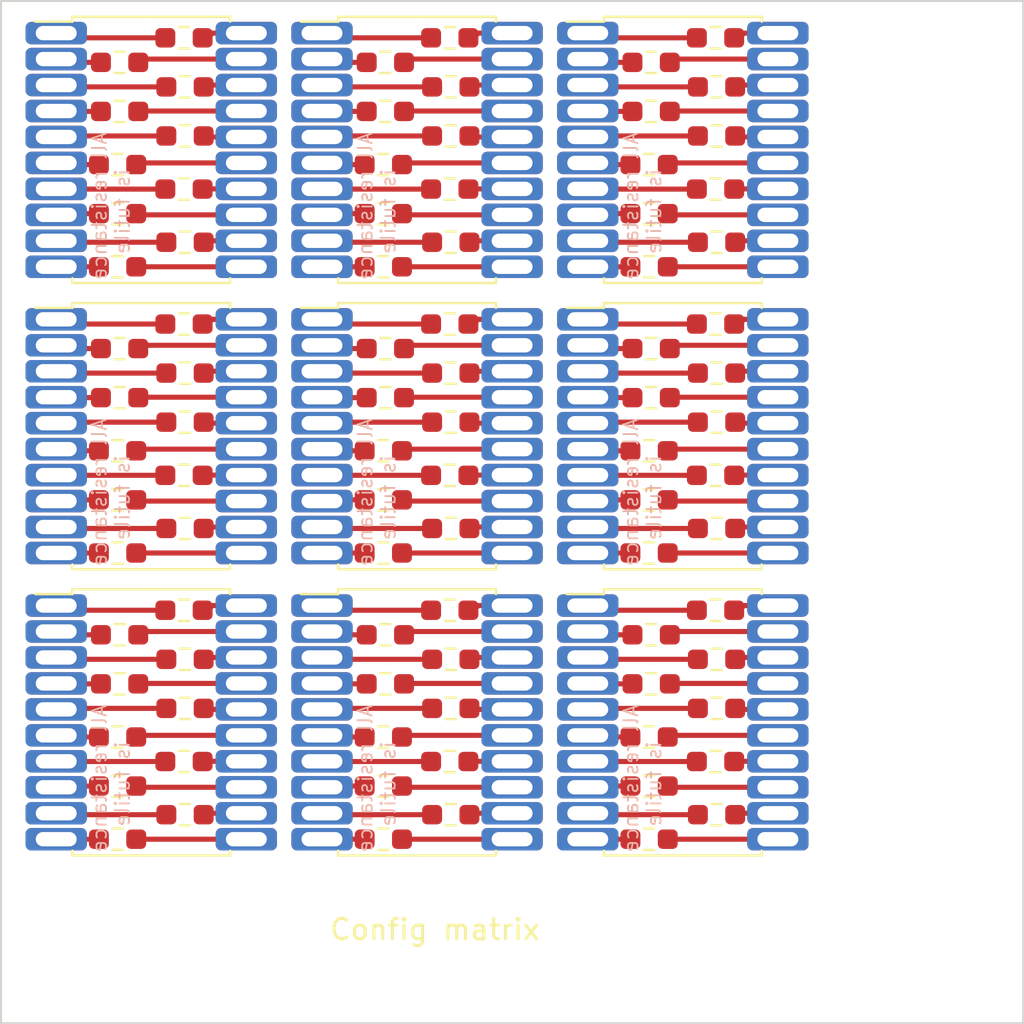
<source format=kicad_pcb>
(kicad_pcb (version 20221018) (generator pcbnew)
  (layers (0 "F.Cu" signal) (31 "B.Cu" signal) (34 "B.Paste" user) (35 "F.Paste" user) (36 "B.SilkS" user "B.Silkscreen") (37 "F.SilkS" user "F.Silkscreen") (38 "B.Mask" user) (39 "F.Mask" user) (44 "Edge.Cuts" user))
  (net 0 "")
  (net 1 "Net-(R1-R*-Pad20)")
  (net 2 "Net-(R1-R*-Pad19)")
  (net 3 "Net-(R1-R*-Pad18)")
  (net 4 "Net-(R1-R*-Pad17)")
  (net 5 "Net-(R1-R*-Pad16)")
  (net 6 "Net-(R1-R*-Pad15)")
  (net 7 "Net-(R1-R*-Pad14)")
  (net 8 "Net-(R1-R*-Pad13)")
  (net 9 "Net-(R1-R*-Pad12)")
  (net 10 "Net-(R1-R*-Pad11)")
  (net 11 "GND")
  (footprint "Resistor_SMD:R_0603_1608Metric_Pad0.98x0.95mm_HandSolder" (layer "F.Cu") (at 81.95 55.8)
    (fp_text reference "R11" hide)
    (fp_text value "10k" hide)
  )
  (footprint "Resistor_SMD:R_0603_1608Metric_Pad0.98x0.95mm_HandSolder" (layer "F.Cu") (at 81.95 63.2)
    (fp_text reference "R5" hide)
    (fp_text value "10k" hide)
  )
  (footprint "Resistor_SMD:R_0603_1608Metric_Pad0.98x0.95mm_HandSolder" (layer "F.Cu") (at 95 46.6)
    (fp_text reference "R7" hide)
    (fp_text value "10k" hide)
  )
  (footprint "Resistor_SMD:R_0603_1608Metric_Pad0.98x0.95mm_HandSolder" (layer "F.Cu") (at 81.95 77.2)
    (fp_text reference "R5" hide)
    (fp_text value "10k" hide)
  )
  (footprint "Resistor_SMD:R_0603_1608Metric_Pad0.98x0.95mm_HandSolder" (layer "F.Cu") (at 68.95 49.2)
    (fp_text reference "R5" hide)
    (fp_text value "10k" hide)
  )
  (footprint "Resistor_SMD:R_0603_1608Metric_Pad0.98x0.95mm_HandSolder" (layer "F.Cu") (at 69 58.2)
    (fp_text reference "R9" hide)
    (fp_text value "10k" hide)
  )
  (footprint "Resistor_SMD:R_0603_1608Metric_Pad0.98x0.95mm_HandSolder" (layer "F.Cu") (at 78.8 71)
    (fp_text reference "R10" hide)
    (fp_text value "10k" hide)
  )
  (footprint "Resistor_SMD:R_0603_1608Metric_Pad0.98x0.95mm_HandSolder" (layer "F.Cu") (at 94.95 69.8)
    (fp_text reference "R11" hide)
    (fp_text value "10k" hide)
  )
  (footprint "Resistor_SMD:R_0603_1608Metric_Pad0.98x0.95mm_HandSolder" (layer "F.Cu") (at 65.7 53)
    (fp_text reference "R2" hide)
    (fp_text value "10k" hide)
  )
  (footprint "Resistor_SMD:R_0603_1608Metric_Pad0.98x0.95mm_HandSolder" (layer "F.Cu") (at 95 44.2)
    (fp_text reference "R9" hide)
    (fp_text value "10k" hide)
  )
  (footprint "Resistor_SMD:R_0603_1608Metric_Pad0.98x0.95mm_HandSolder" (layer "F.Cu") (at 65.7 67)
    (fp_text reference "R2" hide)
    (fp_text value "10k" hide)
  )
  (footprint "Resistor_SMD:R_0603_1608Metric_Pad0.98x0.95mm_HandSolder" (layer "F.Cu") (at 82 65.8)
    (fp_text reference "R3" hide)
    (fp_text value "10k" hide)
  )
  (footprint "Resistor_SMD:R_0603_1608Metric_Pad0.98x0.95mm_HandSolder" (layer "F.Cu") (at 91.7 64.4)
    (fp_text reference "R4" hide)
    (fp_text value "10k" hide)
  )
  (footprint "Resistor_SMD:R_0603_1608Metric_Pad0.98x0.95mm_HandSolder" (layer "F.Cu") (at 91.7 53)
    (fp_text reference "R2" hide)
    (fp_text value "10k" hide)
  )
  (footprint "Resistor_SMD:R_0603_1608Metric_Pad0.98x0.95mm_HandSolder" (layer "F.Cu") (at 91.8 45.4)
    (fp_text reference "R8" hide)
    (fp_text value "10k" hide)
  )
  (footprint "Package_SO:SOIC-20W_7.5x12.8mm_P1.27mm" (layer "F.Cu") (at 93.35 47.285)
    (fp_text reference "R1" hide)
    (fp_text value "Resistive network" hide)
  )
  (footprint "Resistor_SMD:R_0603_1608Metric_Pad0.98x0.95mm_HandSolder" (layer "F.Cu") (at 65.7 50.4)
    (fp_text reference "R4" hide)
    (fp_text value "10k" hide)
  )
  (footprint "Resistor_SMD:R_0603_1608Metric_Pad0.98x0.95mm_HandSolder" (layer "F.Cu") (at 78.7 48)
    (fp_text reference "R6" hide)
    (fp_text value "10k" hide)
  )
  (footprint "Resistor_SMD:R_0603_1608Metric_Pad0.98x0.95mm_HandSolder" (layer "F.Cu") (at 95 58.2)
    (fp_text reference "R9" hide)
    (fp_text value "10k" hide)
  )
  (footprint "Package_SO:SOIC-20W_7.5x12.8mm_P1.27mm" (layer "F.Cu") (at 80.35 47.285)
    (fp_text reference "R1" hide)
    (fp_text value "Resistive network" hide)
  )
  (footprint "Resistor_SMD:R_0603_1608Metric_Pad0.98x0.95mm_HandSolder" (layer "F.Cu") (at 65.7 62)
    (fp_text reference "R6" hide)
    (fp_text value "10k" hide)
  )
  (footprint "Package_SO:SOIC-20W_7.5x12.8mm_P1.27mm" (layer "F.Cu") (at 93.35 61.285)
    (fp_text reference "R1" hide)
    (fp_text value "Resistive network" hide)
  )
  (footprint "Resistor_SMD:R_0603_1608Metric_Pad0.98x0.95mm_HandSolder" (layer "F.Cu") (at 65.8 43)
    (fp_text reference "R10" hide)
    (fp_text value "10k" hide)
  )
  (footprint "Resistor_SMD:R_0603_1608Metric_Pad0.98x0.95mm_HandSolder" (layer "F.Cu") (at 69 44.2)
    (fp_text reference "R9" hide)
    (fp_text value "10k" hide)
  )
  (footprint "Resistor_SMD:R_0603_1608Metric_Pad0.98x0.95mm_HandSolder" (layer "F.Cu") (at 69 51.8)
    (fp_text reference "R3" hide)
    (fp_text value "10k" hide)
  )
  (footprint "Resistor_SMD:R_0603_1608Metric_Pad0.98x0.95mm_HandSolder" (layer "F.Cu") (at 78.7 67)
    (fp_text reference "R2" hide)
    (fp_text value "10k" hide)
  )
  (footprint "Resistor_SMD:R_0603_1608Metric_Pad0.98x0.95mm_HandSolder" (layer "F.Cu") (at 94.95 63.2)
    (fp_text reference "R5" hide)
    (fp_text value "10k" hide)
  )
  (footprint "Resistor_SMD:R_0603_1608Metric_Pad0.98x0.95mm_HandSolder" (layer "F.Cu") (at 95 65.8)
    (fp_text reference "R3" hide)
    (fp_text value "10k" hide)
  )
  (footprint "Resistor_SMD:R_0603_1608Metric_Pad0.98x0.95mm_HandSolder" (layer "F.Cu") (at 94.95 55.8)
    (fp_text reference "R11" hide)
    (fp_text value "10k" hide)
  )
  (footprint "Resistor_SMD:R_0603_1608Metric_Pad0.98x0.95mm_HandSolder" (layer "F.Cu") (at 95 72.2)
    (fp_text reference "R9" hide)
    (fp_text value "10k" hide)
  )
  (footprint "Resistor_SMD:R_0603_1608Metric_Pad0.98x0.95mm_HandSolder" (layer "F.Cu") (at 78.8 43)
    (fp_text reference "R10" hide)
    (fp_text value "10k" hide)
  )
  (footprint "Resistor_SMD:R_0603_1608Metric_Pad0.98x0.95mm_HandSolder" (layer "F.Cu") (at 65.7 64.4)
    (fp_text reference "R4" hide)
    (fp_text value "10k" hide)
  )
  (footprint "Resistor_SMD:R_0603_1608Metric_Pad0.98x0.95mm_HandSolder" (layer "F.Cu") (at 65.8 57)
    (fp_text reference "R10" hide)
    (fp_text value "10k" hide)
  )
  (footprint "Resistor_SMD:R_0603_1608Metric_Pad0.98x0.95mm_HandSolder" (layer "F.Cu") (at 82 79.8)
    (fp_text reference "R3" hide)
    (fp_text value "10k" hide)
  )
  (footprint "Resistor_SMD:R_0603_1608Metric_Pad0.98x0.95mm_HandSolder" (layer "F.Cu") (at 65.8 59.4)
    (fp_text reference "R8" hide)
    (fp_text value "10k" hide)
  )
  (footprint "Package_SO:SOIC-20W_7.5x12.8mm_P1.27mm" (layer "F.Cu") (at 67.35 47.285)
    (fp_text reference "R1" hide)
    (fp_text value "Resistive network" hide)
  )
  (footprint "Resistor_SMD:R_0603_1608Metric_Pad0.98x0.95mm_HandSolder" (layer "F.Cu") (at 91.7 81)
    (fp_text reference "R2" hide)
    (fp_text value "10k" hide)
  )
  (footprint "Package_SO:SOIC-20W_7.5x12.8mm_P1.27mm" (layer "F.Cu") (at 93.35 75.285)
    (fp_text reference "R1" hide)
    (fp_text value "Resistive network" hide)
  )
  (footprint "Resistor_SMD:R_0603_1608Metric_Pad0.98x0.95mm_HandSolder" (layer "F.Cu") (at 78.8 45.4)
    (fp_text reference "R8" hide)
    (fp_text value "10k" hide)
  )
  (footprint "Resistor_SMD:R_0603_1608Metric_Pad0.98x0.95mm_HandSolder" (layer "F.Cu") (at 95 74.6)
    (fp_text reference "R7" hide)
    (fp_text value "10k" hide)
  )
  (footprint "Resistor_SMD:R_0603_1608Metric_Pad0.98x0.95mm_HandSolder" (layer "F.Cu") (at 78.8 57)
    (fp_text reference "R10" hide)
    (fp_text value "10k" hide)
  )
  (footprint "Resistor_SMD:R_0603_1608Metric_Pad0.98x0.95mm_HandSolder" (layer "F.Cu") (at 65.7 78.4)
    (fp_text reference "R4" hide)
    (fp_text value "10k" hide)
  )
  (footprint "Resistor_SMD:R_0603_1608Metric_Pad0.98x0.95mm_HandSolder" (layer "F.Cu") (at 91.7 62)
    (fp_text reference "R6" hide)
    (fp_text value "10k" hide)
  )
  (footprint "Resistor_SMD:R_0603_1608Metric_Pad0.98x0.95mm_HandSolder" (layer "F.Cu") (at 91.8 43)
    (fp_text reference "R10" hide)
    (fp_text value "10k" hide)
  )
  (footprint "Resistor_SMD:R_0603_1608Metric_Pad0.98x0.95mm_HandSolder" (layer "F.Cu") (at 65.8 73.4)
    (fp_text reference "R8" hide)
    (fp_text value "10k" hide)
  )
  (footprint "Resistor_SMD:R_0603_1608Metric_Pad0.98x0.95mm_HandSolder" (layer "F.Cu") (at 78.7 76)
    (fp_text reference "R6" hide)
    (fp_text value "10k" hide)
  )
  (footprint "Resistor_SMD:R_0603_1608Metric_Pad0.98x0.95mm_HandSolder" (layer "F.Cu") (at 82 44.2)
    (fp_text reference "R9" hide)
    (fp_text value "10k" hide)
  )
  (footprint "Resistor_SMD:R_0603_1608Metric_Pad0.98x0.95mm_HandSolder" (layer "F.Cu") (at 68.95 69.8)
    (fp_text reference "R11" hide)
    (fp_text value "10k" hide)
  )
  (footprint "Resistor_SMD:R_0603_1608Metric_Pad0.98x0.95mm_HandSolder" (layer "F.Cu") (at 82 46.6)
    (fp_text reference "R7" hide)
    (fp_text value "10k" hide)
  )
  (footprint "Resistor_SMD:R_0603_1608Metric_Pad0.98x0.95mm_HandSolder" (layer "F.Cu") (at 94.95 41.8)
    (fp_text reference "R11" hide)
    (fp_text value "10k" hide)
  )
  (footprint "Resistor_SMD:R_0603_1608Metric_Pad0.98x0.95mm_HandSolder" (layer "F.Cu") (at 69 60.6)
    (fp_text reference "R7" hide)
    (fp_text value "10k" hide)
  )
  (footprint "Resistor_SMD:R_0603_1608Metric_Pad0.98x0.95mm_HandSolder" (layer "F.Cu") (at 69 79.8)
    (fp_text reference "R3" hide)
    (fp_text value "10k" hide)
  )
  (footprint "Resistor_SMD:R_0603_1608Metric_Pad0.98x0.95mm_HandSolder" (layer "F.Cu") (at 78.7 50.4)
    (fp_text reference "R4" hide)
    (fp_text value "10k" hide)
  )
  (footprint "Resistor_SMD:R_0603_1608Metric_Pad0.98x0.95mm_HandSolder" (layer "F.Cu") (at 91.7 48)
    (fp_text reference "R6" hide)
    (fp_text value "10k" hide)
  )
  (footprint "Resistor_SMD:R_0603_1608Metric_Pad0.98x0.95mm_HandSolder" (layer "F.Cu") (at 91.7 76)
    (fp_text reference "R6" hide)
    (fp_text value "10k" hide)
  )
  (footprint "Resistor_SMD:R_0603_1608Metric_Pad0.98x0.95mm_HandSolder" (layer "F.Cu") (at 82 72.2)
    (fp_text reference "R9" hide)
    (fp_text value "10k" hide)
  )
  (footprint "Resistor_SMD:R_0603_1608Metric_Pad0.98x0.95mm_HandSolder" (layer "F.Cu") (at 68.95 63.2)
    (fp_text reference "R5" hide)
    (fp_text value "10k" hide)
  )
  (footprint "Resistor_SMD:R_0603_1608Metric_Pad0.98x0.95mm_HandSolder" (layer "F.Cu") (at 81.95 41.8)
    (fp_text reference "R11" hide)
    (fp_text value "10k" hide)
  )
  (footprint "Resistor_SMD:R_0603_1608Metric_Pad0.98x0.95mm_HandSolder" (layer "F.Cu") (at 82 60.6)
    (fp_text reference "R7" hide)
    (fp_text value "10k" hide)
  )
  (footprint "Resistor_SMD:R_0603_1608Metric_Pad0.98x0.95mm_HandSolder" (layer "F.Cu") (at 78.7 64.4)
    (fp_text reference "R4" hide)
    (fp_text value "10k" hide)
  )
  (footprint "Resistor_SMD:R_0603_1608Metric_Pad0.98x0.95mm_HandSolder" (layer "F.Cu") (at 78.8 73.4)
    (fp_text reference "R8" hide)
    (fp_text value "10k" hide)
  )
  (footprint "Resistor_SMD:R_0603_1608Metric_Pad0.98x0.95mm_HandSolder" (layer "F.Cu") (at 94.95 49.2)
    (fp_text reference "R5" hide)
    (fp_text value "10k" hide)
  )
  (footprint "Resistor_SMD:R_0603_1608Metric_Pad0.98x0.95mm_HandSolder" (layer "F.Cu") (at 95 51.8)
    (fp_text reference "R3" hide)
    (fp_text value "10k" hide)
  )
  (footprint "Resistor_SMD:R_0603_1608Metric_Pad0.98x0.95mm_HandSolder" (layer "F.Cu") (at 78.7 53)
    (fp_text reference "R2" hide)
    (fp_text value "10k" hide)
  )
  (footprint "Resistor_SMD:R_0603_1608Metric_Pad0.98x0.95mm_HandSolder" (layer "F.Cu") (at 68.95 41.8)
    (fp_text reference "R11" hide)
    (fp_text value "10k" hide)
  )
  (footprint "Resistor_SMD:R_0603_1608Metric_Pad0.98x0.95mm_HandSolder" (layer "F.Cu") (at 65.8 45.4)
    (fp_text reference "R8" hide)
    (fp_text value "10k" hide)
  )
  (footprint "Resistor_SMD:R_0603_1608Metric_Pad0.98x0.95mm_HandSolder" (layer "F.Cu") (at 82 58.2)
    (fp_text reference "R9" hide)
    (fp_text value "10k" hide)
  )
  (footprint "Resistor_SMD:R_0603_1608Metric_Pad0.98x0.95mm_HandSolder" (layer "F.Cu") (at 69 74.6)
    (fp_text reference "R7" hide)
    (fp_text value "10k" hide)
  )
  (footprint "Resistor_SMD:R_0603_1608Metric_Pad0.98x0.95mm_HandSolder" (layer "F.Cu") (at 82 51.8)
    (fp_text reference "R3" hide)
    (fp_text value "10k" hide)
  )
  (footprint "Resistor_SMD:R_0603_1608Metric_Pad0.98x0.95mm_HandSolder" (layer "F.Cu") (at 81.95 69.8)
    (fp_text reference "R11" hide)
    (fp_text value "10k" hide)
  )
  (footprint "Resistor_SMD:R_0603_1608Metric_Pad0.98x0.95mm_HandSolder" (layer "F.Cu") (at 78.7 81)
    (fp_text reference "R2" hide)
    (fp_text value "10k" hide)
  )
  (footprint "Resistor_SMD:R_0603_1608Metric_Pad0.98x0.95mm_HandSolder" (layer "F.Cu") (at 65.7 81)
    (fp_text reference "R2" hide)
    (fp_text value "10k" hide)
  )
  (footprint "Resistor_SMD:R_0603_1608Metric_Pad0.98x0.95mm_HandSolder" (layer "F.Cu") (at 91.7 78.4)
    (fp_text reference "R4" hide)
    (fp_text value "10k" hide)
  )
  (footprint "Resistor_SMD:R_0603_1608Metric_Pad0.98x0.95mm_HandSolder" (layer "F.Cu") (at 65.8 71)
    (fp_text reference "R10" hide)
    (fp_text value "10k" hide)
  )
  (footprint "Resistor_SMD:R_0603_1608Metric_Pad0.98x0.95mm_HandSolder" (layer "F.Cu") (at 95 60.6)
    (fp_text reference "R7" hide)
    (fp_text value "10k" hide)
  )
  (footprint "Resistor_SMD:R_0603_1608Metric_Pad0.98x0.95mm_HandSolder" (layer "F.Cu") (at 91.7 67)
    (fp_text reference "R2" hide)
    (fp_text value "10k" hide)
  )
  (footprint "Resistor_SMD:R_0603_1608Metric_Pad0.98x0.95mm_HandSolder" (layer "F.Cu") (at 78.7 78.4)
    (fp_text reference "R4" hide)
    (fp_text value "10k" hide)
  )
  (footprint "Resistor_SMD:R_0603_1608Metric_Pad0.98x0.95mm_HandSolder" (layer "F.Cu") (at 69 72.2)
    (fp_text reference "R9" hide)
    (fp_text value "10k" hide)
  )
  (footprint "Package_SO:SOIC-20W_7.5x12.8mm_P1.27mm" (layer "F.Cu") (at 67.35 61.285)
    (fp_text reference "R1" hide)
    (fp_text value "Resistive network" hide)
  )
  (footprint "Resistor_SMD:R_0603_1608Metric_Pad0.98x0.95mm_HandSolder" (layer "F.Cu") (at 94.95 77.2)
    (fp_text reference "R5" hide)
    (fp_text value "10k" hide)
  )
  (footprint "Package_SO:SOIC-20W_7.5x12.8mm_P1.27mm" (layer "F.Cu") (at 80.35 61.285)
    (fp_text reference "R1" hide)
    (fp_text value "Resistive network" hide)
  )
  (footprint "Resistor_SMD:R_0603_1608Metric_Pad0.98x0.95mm_HandSolder" (layer "F.Cu") (at 78.7 62)
    (fp_text reference "R6" hide)
    (fp_text value "10k" hide)
  )
  (footprint "Resistor_SMD:R_0603_1608Metric_Pad0.98x0.95mm_HandSolder" (layer "F.Cu") (at 65.7 76)
    (fp_text reference "R6" hide)
    (fp_text value "10k" hide)
  )
  (footprint "Resistor_SMD:R_0603_1608Metric_Pad0.98x0.95mm_HandSolder" (layer "F.Cu") (at 95 79.8)
    (fp_text reference "R3" hide)
    (fp_text value "10k" hide)
  )
  (footprint "Resistor_SMD:R_0603_1608Metric_Pad0.98x0.95mm_HandSolder" (layer "F.Cu") (at 69 46.6)
    (fp_text reference "R7" hide)
    (fp_text value "10k" hide)
  )
  (footprint "Resistor_SMD:R_0603_1608Metric_Pad0.98x0.95mm_HandSolder" (layer "F.Cu") (at 91.8 57)
    (fp_text reference "R10" hide)
    (fp_text value "10k" hide)
  )
  (footprint "Resistor_SMD:R_0603_1608Metric_Pad0.98x0.95mm_HandSolder" (layer "F.Cu") (at 91.8 71)
    (fp_text reference "R10" hide)
    (fp_text value "10k" hide)
  )
  (footprint "Package_SO:SOIC-20W_7.5x12.8mm_P1.27mm" (layer "F.Cu") (at 67.35 75.285)
    (fp_text reference "R1" hide)
    (fp_text value "Resistive network" hide)
  )
  (footprint "Resistor_SMD:R_0603_1608Metric_Pad0.98x0.95mm_HandSolder" (layer "F.Cu") (at 82 74.6)
    (fp_text reference "R7" hide)
    (fp_text value "10k" hide)
  )
  (footprint "Resistor_SMD:R_0603_1608Metric_Pad0.98x0.95mm_HandSolder" (layer "F.Cu") (at 65.7 48)
    (fp_text reference "R6" hide)
    (fp_text value "10k" hide)
  )
  (footprint "Resistor_SMD:R_0603_1608Metric_Pad0.98x0.95mm_HandSolder" (layer "F.Cu") (at 91.8 73.4)
    (fp_text reference "R8" hide)
    (fp_text value "10k" hide)
  )
  (footprint "Resistor_SMD:R_0603_1608Metric_Pad0.98x0.95mm_HandSolder" (layer "F.Cu") (at 68.95 55.8)
    (fp_text reference "R11" hide)
    (fp_text value "10k" hide)
  )
  (footprint "Resistor_SMD:R_0603_1608Metric_Pad0.98x0.95mm_HandSolder" (layer "F.Cu") (at 78.8 59.4)
    (fp_text reference "R8" hide)
    (fp_text value "10k" hide)
  )
  (footprint "Resistor_SMD:R_0603_1608Metric_Pad0.98x0.95mm_HandSolder" (layer "F.Cu") (at 91.8 59.4)
    (fp_text reference "R8" hide)
    (fp_text value "10k" hide)
  )
  (footprint "Resistor_SMD:R_0603_1608Metric_Pad0.98x0.95mm_HandSolder" (layer "F.Cu") (at 69 65.8)
    (fp_text reference "R3" hide)
    (fp_text value "10k" hide)
  )
  (footprint "Resistor_SMD:R_0603_1608Metric_Pad0.98x0.95mm_HandSolder" (layer "F.Cu") (at 91.7 50.4)
    (fp_text reference "R4" hide)
    (fp_text value "10k" hide)
  )
  (footprint "Resistor_SMD:R_0603_1608Metric_Pad0.98x0.95mm_HandSolder" (layer "F.Cu") (at 81.95 49.2)
    (fp_text reference "R5" hide)
    (fp_text value "10k" hide)
  )
  (footprint "Resistor_SMD:R_0603_1608Metric_Pad0.98x0.95mm_HandSolder" (layer "F.Cu") (at 68.95 77.2)
    (fp_text reference "R5" hide)
    (fp_text value "10k" hide)
  )
  (footprint "Package_SO:SOIC-20W_7.5x12.8mm_P1.27mm" (layer "F.Cu") (at 80.35 75.285)
    (fp_text reference "R1" hide)
    (fp_text value "Resistive network" hide)
  )
  (gr_rect (start 60 40) (end 110 90) (stroke (width 0.1)) (fill none) (layer "Edge.Cuts"))
  (gr_text "All resistance \nis futile" (at 79.35 78.3 90) (layer "B.SilkS") (effects (font (size 0.7 0.7) (thickness 0.0875)) (justify bottom mirror)))
  (gr_text "All resistance \nis futile" (at 92.35 64.3 90) (layer "B.SilkS") (effects (font (size 0.7 0.7) (thickness 0.0875)) (justify bottom mirror)))
  (gr_text "All resistance \nis futile" (at 79.35 64.3 90) (layer "B.SilkS") (effects (font (size 0.7 0.7) (thickness 0.0875)) (justify bottom mirror)))
  (gr_text "All resistance \nis futile" (at 79.35 50.3 90) (layer "B.SilkS") (effects (font (size 0.7 0.7) (thickness 0.0875)) (justify bottom mirror)))
  (gr_text "All resistance \nis futile" (at 92.35 50.3 90) (layer "B.SilkS") (effects (font (size 0.7 0.7) (thickness 0.0875)) (justify bottom mirror)))
  (gr_text "All resistance \nis futile" (at 66.35 50.3 90) (layer "B.SilkS") (effects (font (size 0.7 0.7) (thickness 0.0875)) (justify bottom mirror)))
  (gr_text "All resistance \nis futile" (at 92.35 78.3 90) (layer "B.SilkS") (effects (font (size 0.7 0.7) (thickness 0.0875)) (justify bottom mirror)))
  (gr_text "All resistance \nis futile" (at 66.35 78.3 90) (layer "B.SilkS") (effects (font (size 0.7 0.7) (thickness 0.0875)) (justify bottom mirror)))
  (gr_text "All resistance \nis futile" (at 66.35 64.3 90) (layer "B.SilkS") (effects (font (size 0.7 0.7) (thickness 0.0875)) (justify bottom mirror)))
  (gr_text "Config matrix" (at 76 86) (layer "F.SilkS") (effects (font (size 1 1)) (justify left bottom)))
  (segment (start 98 41.57) (end 96.3425 41.57) (width 0.25) (layer "F.Cu") (net 1))
  (segment (start 85 69.57) (end 83.3425 69.57) (width 0.25) (layer "F.Cu") (net 1))
  (segment (start 72 41.57) (end 70.3425 41.57) (width 0.25) (layer "F.Cu") (net 1))
  (segment (start 70.3425 55.57) (end 70.1125 55.8) (width 0.25) (layer "F.Cu") (net 1))
  (segment (start 70.3425 41.57) (end 70.1125 41.8) (width 0.25) (layer "F.Cu") (net 1))
  (segment (start 71.97 41.6) (end 72 41.57) (width 0.25) (layer "F.Cu") (net 1))
  (segment (start 72 55.57) (end 70.3425 55.57) (width 0.25) (layer "F.Cu") (net 1))
  (segment (start 97.97 69.6) (end 98 69.57) (width 0.25) (layer "F.Cu") (net 1))
  (segment (start 96.3425 69.57) (end 96.1125 69.8) (width 0.25) (layer "F.Cu") (net 1))
  (segment (start 84.97 55.6) (end 85 55.57) (width 0.25) (layer "F.Cu") (net 1))
  (segment (start 83.3425 55.57) (end 83.1125 55.8) (width 0.25) (layer "F.Cu") (net 1))
  (segment (start 71.97 69.6) (end 72 69.57) (width 0.25) (layer "F.Cu") (net 1))
  (segment (start 71.97 55.6) (end 72 55.57) (width 0.25) (layer "F.Cu") (net 1))
  (segment (start 85 41.57) (end 83.3425 41.57) (width 0.25) (layer "F.Cu") (net 1))
  (segment (start 70.3425 69.57) (end 70.1125 69.8) (width 0.25) (layer "F.Cu") (net 1))
  (segment (start 84.97 69.6) (end 85 69.57) (width 0.25) (layer "F.Cu") (net 1))
  (segment (start 97.97 55.6) (end 98 55.57) (width 0.25) (layer "F.Cu") (net 1))
  (segment (start 83.3425 41.57) (end 83.1125 41.8) (width 0.25) (layer "F.Cu") (net 1))
  (segment (start 97.97 41.6) (end 98 41.57) (width 0.25) (layer "F.Cu") (net 1))
  (segment (start 98 69.57) (end 96.3425 69.57) (width 0.25) (layer "F.Cu") (net 1))
  (segment (start 84.97 41.6) (end 85 41.57) (width 0.25) (layer "F.Cu") (net 1))
  (segment (start 98 55.57) (end 96.3425 55.57) (width 0.25) (layer "F.Cu") (net 1))
  (segment (start 85 55.57) (end 83.3425 55.57) (width 0.25) (layer "F.Cu") (net 1))
  (segment (start 96.3425 55.57) (end 96.1125 55.8) (width 0.25) (layer "F.Cu") (net 1))
  (segment (start 96.3425 41.57) (end 96.1125 41.8) (width 0.25) (layer "F.Cu") (net 1))
  (segment (start 83.3425 69.57) (end 83.1125 69.8) (width 0.25) (layer "F.Cu") (net 1))
  (segment (start 72 69.57) (end 70.3425 69.57) (width 0.25) (layer "F.Cu") (net 1))
  (segment (start 85 56.84) (end 79.8725 56.84) (width 0.25) (layer "F.Cu") (net 2))
  (segment (start 72 56.84) (end 66.8725 56.84) (width 0.25) (layer "F.Cu") (net 2))
  (segment (start 66.8725 56.84) (end 66.7125 57) (width 0.25) (layer "F.Cu") (net 2))
  (segment (start 72 42.84) (end 66.8725 42.84) (width 0.25) (layer "F.Cu") (net 2))
  (segment (start 85 70.84) (end 79.8725 70.84) (width 0.25) (layer "F.Cu") (net 2))
  (segment (start 79.8725 42.84) (end 79.7125 43) (width 0.25) (layer "F.Cu") (net 2))
  (segment (start 92.8725 56.84) (end 92.7125 57) (width 0.25) (layer "F.Cu") (net 2))
  (segment (start 79.8725 70.84) (end 79.7125 71) (width 0.25) (layer "F.Cu") (net 2))
  (segment (start 85 42.84) (end 79.8725 42.84) (width 0.25) (layer "F.Cu") (net 2))
  (segment (start 92.8725 70.84) (end 92.7125 71) (width 0.25) (layer "F.Cu") (net 2))
  (segment (start 66.8725 70.84) (end 66.7125 71) (width 0.25) (layer "F.Cu") (net 2))
  (segment (start 79.8725 56.84) (end 79.7125 57) (width 0.25) (layer "F.Cu") (net 2))
  (segment (start 72 70.84) (end 66.8725 70.84) (width 0.25) (layer "F.Cu") (net 2))
  (segment (start 66.8725 42.84) (end 66.7125 43) (width 0.25) (layer "F.Cu") (net 2))
  (segment (start 92.8725 42.84) (end 92.7125 43) (width 0.25) (layer "F.Cu") (net 2))
  (segment (start 98 56.84) (end 92.8725 56.84) (width 0.25) (layer "F.Cu") (net 2))
  (segment (start 98 42.84) (end 92.8725 42.84) (width 0.25) (layer "F.Cu") (net 2))
  (segment (start 98 70.84) (end 92.8725 70.84) (width 0.25) (layer "F.Cu") (net 2))
  (segment (start 85 44.11) (end 83.2025 44.11) (width 0.25) (layer "F.Cu") (net 3))
  (segment (start 98 72.11) (end 96.2025 72.11) (width 0.25) (layer "F.Cu") (net 3))
  (segment (start 83.2025 58.11) (end 83.1125 58.2) (width 0.25) (layer "F.Cu") (net 3))
  (segment (start 85 58.11) (end 83.2025 58.11) (width 0.25) (layer "F.Cu") (net 3))
  (segment (start 83.2025 72.11) (end 83.1125 72.2) (width 0.25) (layer "F.Cu") (net 3))
  (segment (start 96.2025 58.11) (end 96.1125 58.2) (width 0.25) (layer "F.Cu") (net 3))
  (segment (start 70.2025 44.11) (end 70.1125 44.2) (width 0.25) (layer "F.Cu") (net 3))
  (segment (start 72 58.11) (end 70.2025 58.11) (width 0.25) (layer "F.Cu") (net 3))
  (segment (start 72 72.11) (end 70.2025 72.11) (width 0.25) (layer "F.Cu") (net 3))
  (segment (start 85 72.11) (end 83.2025 72.11) (width 0.25) (layer "F.Cu") (net 3))
  (segment (start 98 58.11) (end 96.2025 58.11) (width 0.25) (layer "F.Cu") (net 3))
  (segment (start 70.2025 72.11) (end 70.1125 72.2) (width 0.25) (layer "F.Cu") (net 3))
  (segment (start 72 44.11) (end 70.2025 44.11) (width 0.25) (layer "F.Cu") (net 3))
  (segment (start 96.2025 72.11) (end 96.1125 72.2) (width 0.25) (layer "F.Cu") (net 3))
  (segment (start 98 44.11) (end 96.2025 44.11) (width 0.25) (layer "F.Cu") (net 3))
  (segment (start 70.2025 58.11) (end 70.1125 58.2) (width 0.25) (layer "F.Cu") (net 3))
  (segment (start 96.2025 44.11) (end 96.1125 44.2) (width 0.25) (layer "F.Cu") (net 3))
  (segment (start 83.2025 44.11) (end 83.1125 44.2) (width 0.25) (layer "F.Cu") (net 3))
  (segment (start 72 73.38) (end 66.7325 73.38) (width 0.25) (layer "F.Cu") (net 4))
  (segment (start 85 59.38) (end 79.7325 59.38) (width 0.25) (layer "F.Cu") (net 4))
  (segment (start 98 73.38) (end 92.7325 73.38) (width 0.25) (layer "F.Cu") (net 4))
  (segment (start 98 45.38) (end 92.7325 45.38) (width 0.25) (layer "F.Cu") (net 4))
  (segment (start 85 45.38) (end 79.7325 45.38) (width 0.25) (layer "F.Cu") (net 4))
  (segment (start 66.7325 59.38) (end 66.7125 59.4) (width 0.25) (layer "F.Cu") (net 4))
  (segment (start 92.7325 73.38) (end 92.7125 73.4) (width 0.25) (layer "F.Cu") (net 4))
  (segment (start 66.7325 73.38) (end 66.7125 73.4) (width 0.25) (layer "F.Cu") (net 4))
  (segment (start 72 45.38) (end 66.7325 45.38) (width 0.25) (layer "F.Cu") (net 4))
  (segment (start 72 59.38) (end 66.7325 59.38) (width 0.25) (layer "F.Cu") (net 4))
  (segment (start 66.7325 45.38) (end 66.7125 45.4) (width 0.25) (layer "F.Cu") (net 4))
  (segment (start 98 59.38) (end 92.7325 59.38) (width 0.25) (layer "F.Cu") (net 4))
  (segment (start 85 73.38) (end 79.7325 73.38) (width 0.25) (layer "F.Cu") (net 4))
  (segment (start 79.7325 73.38) (end 79.7125 73.4) (width 0.25) (layer "F.Cu") (net 4))
  (segment (start 92.7325 59.38) (end 92.7125 59.4) (width 0.25) (layer "F.Cu") (net 4))
  (segment (start 79.7325 59.38) (end 79.7125 59.4) (width 0.25) (layer "F.Cu") (net 4))
  (segment (start 92.7325 45.38) (end 92.7125 45.4) (width 0.25) (layer "F.Cu") (net 4))
  (segment (start 79.7325 45.38) (end 79.7125 45.4) (width 0.25) (layer "F.Cu") (net 4))
  (segment (start 72 60.65) (end 70.1625 60.65) (width 0.25) (layer "F.Cu") (net 5))
  (segment (start 72 74.65) (end 70.1625 74.65) (width 0.25) (layer "F.Cu") (net 5))
  (segment (start 83.1625 60.65) (end 83.1125 60.6) (width 0.25) (layer "F.Cu") (net 5))
  (segment (start 83.1625 74.65) (end 83.1125 74.6) (width 0.25) (layer "F.Cu") (net 5))
  (segment (start 70.1625 60.65) (end 70.1125 60.6) (width 0.25) (layer "F.Cu") (net 5))
  (segment (start 85 60.65) (end 83.1625 60.65) (width 0.25) (layer "F.Cu") (net 5))
  (segment (start 98 60.65) (end 96.1625 60.65) (width 0.25) (layer "F.Cu") (net 5))
  (segment (start 72 46.65) (end 70.1625 46.65) (width 0.25) (layer "F.Cu") (net 5))
  (segment (start 85 46.65) (end 83.1625 46.65) (width 0.25) (layer "F.Cu") (net 5))
  (segment (start 96.1625 60.65) (end 96.1125 60.6) (width 0.25) (layer "F.Cu") (net 5))
  (segment (start 98 74.65) (end 96.1625 74.65) (width 0.25) (layer "F.Cu") (net 5))
  (segment (start 96.1625 74.65) (end 96.1125 74.6) (width 0.25) (layer "F.Cu") (net 5))
  (segment (start 83.1625 46.65) (end 83.1125 46.6) (width 0.25) (layer "F.Cu") (net 5))
  (segment (start 98 46.65) (end 96.1625 46.65) (width 0.25) (layer "F.Cu") (net 5))
  (segment (start 70.1625 74.65) (end 70.1125 74.6) (width 0.25) (layer "F.Cu") (net 5))
  (segment (start 70.1625 46.65) (end 70.1125 46.6) (width 0.25) (layer "F.Cu") (net 5))
  (segment (start 96.1625 46.65) (end 96.1125 46.6) (width 0.25) (layer "F.Cu") (net 5))
  (segment (start 85 74.65) (end 83.1625 74.65) (width 0.25) (layer "F.Cu") (net 5))
  (segment (start 66.5925 47.92) (end 66.5125 48) (width 0.25) (layer "F.Cu") (net 6))
  (segment (start 79.5925 75.92) (end 79.5125 76) (width 0.25) (layer "F.Cu") (net 6))
  (segment (start 85 61.92) (end 79.5925 61.92) (width 0.25) (layer "F.Cu") (net 6))
  (segment (start 79.5925 47.92) (end 79.5125 48) (width 0.25) (layer "F.Cu") (net 6))
  (segment (start 72 75.92) (end 66.5925 75.92) (width 0.25) (layer "F.Cu") (net 6))
  (segment (start 66.5925 75.92) (end 66.5125 76) (width 0.25) (layer "F.Cu") (net 6))
  (segment (start 98 61.92) (end 92.5925 61.92) (width 0.25) (layer "F.Cu") (net 6))
  (segment (start 85 75.92) (end 79.5925 75.92) (width 0.25) (layer "F.Cu") (net 6))
  (segment (start 85 47.92) (end 79.5925 47.92) (width 0.25) (layer "F.Cu") (net 6))
  (segment (start 92.5925 47.92) (end 92.5125 48) (width 0.25) (layer "F.Cu") (net 6))
  (segment (start 92.5925 61.92) (end 92.5125 62) (width 0.25) (layer "F.Cu") (net 6))
  (segment (start 92.5925 75.92) (end 92.5125 76) (width 0.25) (layer "F.Cu") (net 6))
  (segment (start 79.5925 61.92) (end 79.5125 62) (width 0.25) (layer "F.Cu") (net 6))
  (segment (start 72 47.92) (end 66.5925 47.92) (width 0.25) (layer "F.Cu") (net 6))
  (segment (start 98 47.92) (end 92.5925 47.92) (width 0.25) (layer "F.Cu") (net 6))
  (segment (start 66.5925 61.92) (end 66.5125 62) (width 0.25) (layer "F.Cu") (net 6))
  (segment (start 98 75.92) (end 92.5925 75.92) (width 0.25) (layer "F.Cu") (net 6))
  (segment (start 72 61.92) (end 66.5925 61.92) (width 0.25) (layer "F.Cu") (net 6))
  (segment (start 85 77.19) (end 82.9225 77.19) (width 0.25) (layer "F.Cu") (net 7))
  (segment (start 69.9225 49.19) (end 69.9125 49.2) (width 0.25) (layer "F.Cu") (net 7))
  (segment (start 85 63.19) (end 82.9225 63.19) (width 0.25) (layer "F.Cu") (net 7))
  (segment (start 72 63.19) (end 69.9225 63.19) (width 0.25) (layer "F.Cu") (net 7))
  (segment (start 82.9225 49.19) (end 82.9125 49.2) (width 0.25) (layer "F.Cu") (net 7))
  (segment (start 95.9225 49.19) (end 95.9125 49.2) (width 0.25) (layer "F.Cu") (net 7))
  (segment (start 85 49.19) (end 82.9225 49.19) (width 0.25) (layer "F.Cu") (net 7))
  (segment (start 72 49.19) (end 69.9225 49.19) (width 0.25) (layer "F.Cu") (net 7))
  (segment (start 69.9225 63.19) (end 69.9125 63.2) (width 0.25) (layer "F.Cu") (net 7))
  (segment (start 82.9225 63.19) (end 82.9125 63.2) (width 0.25) (layer "F.Cu") (net 7))
  (segment (start 82.9225 77.19) (end 82.9125 77.2) (width 0.25) (layer "F.Cu") (net 7))
  (segment (start 95.9225 63.19) (end 95.9125 63.2) (width 0.25) (layer "F.Cu") (net 7))
  (segment (start 69.9225 77.19) (end 69.9125 77.2) (width 0.25) (layer "F.Cu") (net 7))
  (segment (start 95.9225 77.19) (end 95.9125 77.2) (width 0.25) (layer "F.Cu") (net 7))
  (segment (start 98 63.19) (end 95.9225 63.19) (width 0.25) (layer "F.Cu") (net 7))
  (segment (start 98 49.19) (end 95.9225 49.19) (width 0.25) (layer "F.Cu") (net 7))
  (segment (start 72 77.19) (end 69.9225 77.19) (width 0.25) (layer "F.Cu") (net 7))
  (segment (start 98 77.19) (end 95.9225 77.19) (width 0.25) (layer "F.Cu") (net 7))
  (segment (start 79.5725 78.46) (end 79.5125 78.4) (width 0.25) (layer "F.Cu") (net 8))
  (segment (start 92.5725 50.46) (end 92.5125 50.4) (width 0.25) (layer "F.Cu") (net 8))
  (segment (start 92.5725 78.46) (end 92.5125 78.4) (width 0.25) (layer "F.Cu") (net 8))
  (segment (start 72 50.46) (end 66.5725 50.46) (width 0.25) (layer "F.Cu") (net 8))
  (segment (start 66.5725 50.46) (end 66.5125 50.4) (width 0.25) (layer "F.Cu") (net 8))
  (segment (start 92.5725 64.46) (end 92.5125 64.4) (width 0.25) (layer "F.Cu") (net 8))
  (segment (start 72 64.46) (end 66.5725 64.46) (width 0.25) (layer "F.Cu") (net 8))
  (segment (start 66.5725 64.46) (end 66.5125 64.4) (width 0.25) (layer "F.Cu") (net 8))
  (segment (start 98 64.46) (end 92.5725 64.46) (width 0.25) (layer "F.Cu") (net 8))
  (segment (start 79.5725 50.46) (end 79.5125 50.4) (width 0.25) (layer "F.Cu") (net 8))
  (segment (start 98 78.46) (end 92.5725 78.46) (width 0.25) (layer "F.Cu") (net 8))
  (segment (start 98 50.46) (end 92.5725 50.46) (width 0.25) (layer "F.Cu") (net 8))
  (segment (start 66.5725 78.46) (end 66.5125 78.4) (width 0.25) (layer "F.Cu") (net 8))
  (segment (start 85 50.46) (end 79.5725 50.46) (width 0.25) (layer "F.Cu") (net 8))
  (segment (start 85 78.46) (end 79.5725 78.46) (width 0.25) (layer "F.Cu") (net 8))
  (segment (start 79.5725 64.46) (end 79.5125 64.4) (width 0.25) (layer "F.Cu") (net 8))
  (segment (start 85 64.46) (end 79.5725 64.46) (width 0.25) (layer "F.Cu") (net 8))
  (segment (start 72 78.46) (end 66.5725 78.46) (width 0.25) (layer "F.Cu") (net 8))
  (segment (start 82.9825 79.73) (end 82.9125 79.8) (width 0.25) (layer "F.Cu") (net 9))
  (segment (start 95.9825 79.73) (end 95.9125 79.8) (width 0.25) (layer "F.Cu") (net 9))
  (segment (start 95.9825 51.73) (end 95.9125 51.8) (width 0.25) (layer "F.Cu") (net 9))
  (segment (start 98 51.73) (end 95.9825 51.73) (width 0.25) (layer "F.Cu") (net 9))
  (segment (start 82.9825 65.73) (end 82.9125 65.8) (width 0.25) (layer "F.Cu") (net 9))
  (segment (start 98 79.73) (end 95.9825 79.73) (width 0.25) (layer "F.Cu") (net 9))
  (segment (start 98 65.73) (end 95.9825 65.73) (width 0.25) (layer "F.Cu") (net 9))
  (segment (start 69.9825 79.73) (end 69.9125 79.8) (width 0.25) (layer "F.Cu") (net 9))
  (segment (start 85 65.73) (end 82.9825 65.73) (width 0.25) (layer "F.Cu") (net 9))
  (segment (start 72 51.73) (end 69.9825 51.73) (width 0.25) (layer "F.Cu") (net 9))
  (segment (start 95.9825 65.73) (end 95.9125 65.8) (width 0.25) (layer "F.Cu") (net 9))
  (segment (start 72 79.73) (end 69.9825 79.73) (width 0.25) (layer "F.Cu") (net 9))
  (segment (start 69.9825 65.73) (end 69.9125 65.8) (width 0.25) (layer "F.Cu") (net 9))
  (segment (start 85 79.73) (end 82.9825 79.73) (width 0.25) (layer "F.Cu") (net 9))
  (segment (start 85 51.73) (end 82.9825 51.73) (width 0.25) (layer "F.Cu") (net 9))
  (segment (start 72 65.73) (end 69.9825 65.73) (width 0.25) (layer "F.Cu") (net 9))
  (segment (start 82.9825 51.73) (end 82.9125 51.8) (width 0.25) (layer "F.Cu") (net 9))
  (segment (start 69.9825 51.73) (end 69.9125 51.8) (width 0.25) (layer "F.Cu") (net 9))
  (segment (start 85 81) (end 79.5125 81) (width 0.25) (layer "F.Cu") (net 10))
  (segment (start 85 53) (end 79.5125 53) (width 0.25) (layer "F.Cu") (net 10))
  (segment (start 72 81) (end 66.5125 81) (width 0.25) (layer "F.Cu") (net 10))
  (segment (start 85 67) (end 79.5125 67) (width 0.25) (layer "F.Cu") (net 10))
  (segment (start 98 67) (end 92.5125 67) (width 0.25) (layer "F.Cu") (net 10))
  (segment (start 98 81) (end 92.5125 81) (width 0.25) (layer "F.Cu") (net 10))
  (segment (start 72 53) (end 66.5125 53) (width 0.25) (layer "F.Cu") (net 10))
  (segment (start 72 67) (end 66.5125 67) (width 0.25) (layer "F.Cu") (net 10))
  (segment (start 98 53) (end 92.5125 53) (width 0.25) (layer "F.Cu") (net 10))
  (segment (start 94.0875 79.8) (end 88.77 79.8) (width 0.25) (layer "F.Cu") (net 11))
  (segment (start 64.6875 53) (end 62.7 53) (width 0.25) (layer "F.Cu") (net 11))
  (segment (start 75.86 71) (end 75.7 70.84) (width 0.25) (layer "F.Cu") (net 11))
  (segment (start 75.75 74.6) (end 75.7 74.65) (width 0.25) (layer "F.Cu") (net 11))
  (segment (start 90.8875 73.4) (end 88.72 73.4) (width 0.25) (layer "F.Cu") (net 11))
  (segment (start 62.93 41.8) (end 62.7 41.57) (width 0.25) (layer "F.Cu") (net 11))
  (segment (start 94.2875 46.6) (end 88.75 46.6) (width 0.25) (layer "F.Cu") (net 11))
  (segment (start 81.2875 55.8) (end 75.93 55.8) (width 0.25) (layer "F.Cu") (net 11))
  (segment (start 88.71 63.2) (end 88.7 63.19) (width 0.25) (layer "F.Cu") (net 11))
  (segment (start 88.79 58.2) (end 88.7 58.11) (width 0.25) (layer "F.Cu") (net 11))
  (segment (start 88.93 55.8) (end 88.7 55.57) (width 0.25) (layer "F.Cu") (net 11))
  (segment (start 81.2875 72.2) (end 75.79 72.2) (width 0.25) (layer "F.Cu") (net 11))
  (segment (start 64.6875 62) (end 62.78 62) (width 0.25) (layer "F.Cu") (net 11))
  (segment (start 81.2875 69.8) (end 75.93 69.8) (width 0.25) (layer "F.Cu") (net 11))
  (segment (start 77.8875 73.4) (end 75.72 73.4) (width 0.25) (layer "F.Cu") (net 11))
  (segment (start 62.72 73.4) (end 62.7 73.38) (width 0.25) (layer "F.Cu") (net 11))
  (segment (start 64.6875 76) (end 62.78 76) (width 0.25) (layer "F.Cu") (net 11))
  (segment (start 90.8875 45.4) (end 88.72 45.4) (width 0.25) (layer "F.Cu") (net 11))
  (segment (start 62.78 48) (end 62.7 47.92) (width 0.25) (layer "F.Cu") (net 11))
  (segment (start 75.77 51.8) (end 75.7 51.73) (width 0.25) (layer "F.Cu") (net 11))
  (segment (start 77.6875 48) (end 75.78 48) (width 0.25) (layer "F.Cu") (net 11))
  (segment (start 64.8875 45.4) (end 62.72 45.4) (width 0.25) (layer "F.Cu") (net 11))
  (segment (start 88.75 74.6) (end 88.7 74.65) (width 0.25) (layer "F.Cu") (net 11))
  (segment (start 81.2875 60.6) (end 75.75 60.6) (width 0.25) (layer "F.Cu") (net 11))
  (segment (start 77.6875 76) (end 75.78 76) (width 0.25) (layer "F.Cu") (net 11))
  (segment (start 88.78 76) (end 88.7 75.92) (width 0.25) (layer "F.Cu") (net 11))
  (segment (start 68.0875 49.2) (end 62.71 49.2) (width 0.25) (layer "F.Cu") (net 11))
  (segment (start 90.8875 43) (end 88.86 43) (width 0.25) (layer "F.Cu") (net 11))
  (segment (start 75.72 73.4) (end 75.7 73.38) (width 0.25) (layer "F.Cu") (net 11))
  (segment (start 77.8875 43) (end 75.86 43) (width 0.25) (layer "F.Cu") (net 11))
  (segment (start 64.6875 50.4) (end 62.76 50.4) (width 0.25) (layer "F.Cu") (net 11))
  (segment (start 88.93 69.8) (end 88.7 69.57) (width 0.25) (layer "F.Cu") (net 11))
  (segment (start 75.76 50.4) (end 75.7 50.46) (width 0.25) (layer "F.Cu") (net 11))
  (segment (start 81.0875 63.2) (end 75.71 63.2) (width 0.25) (layer "F.Cu") (net 11))
  (segment (start 88.71 77.2) (end 88.7 77.19) (width 0.25) (layer "F.Cu") (net 11))
  (segment (start 64.8875 43) (end 62.86 43) (width 0.25) (layer "F.Cu") (net 11))
  (segment (start 94.2875 55.8) (end 88.93 55.8) (width 0.25) (layer "F.Cu") (net 11))
  (segment (start 75.93 41.8) (end 75.7 41.57) (width 0.25) (layer "F.Cu") (net 11))
  (segment (start 62.86 57) (end 62.7 56.84) (width 0.25) (layer "F.Cu") (net 11))
  (segment (start 81.0875 51.8) (end 75.77 51.8) (width 0.25) (layer "F.Cu") (net 11))
  (segment (start 68.2875 72.2) (end 62.79 72.2) (width 0.25) (layer "F.Cu") (net 11))
  (segment (start 68.2875 69.8) (end 62.93 69.8) (width 0.25) (layer "F.Cu") (net 11))
  (segment (start 75.78 62) (end 75.7 61.92) (width 0.25) (layer "F.Cu") (net 11))
  (segment (start 62.76 64.4) (end 62.7 64.46) (width 0.25) (layer "F.Cu") (net 11))
  (segment (start 75.79 44.2) (end 75.7 44.11) (width 0.25) (layer "F.Cu") (net 11))
  (segment (start 88.93 41.8) (end 88.7 41.57) (width 0.25) (layer "F.Cu") (net 11))
  (segment (start 88.86 57) (end 88.7 56.84) (width 0.25) (layer "F.Cu") (net 11))
  (segment (start 88.72 59.4) (end 88.7 59.38) (width 0.25) (layer "F.Cu") (net 11))
  (segment (start 75.79 58.2) (end 75.7 58.11) (width 0.25) (layer "F.Cu") (net 11))
  (segment (start 88.76 64.4) (end 88.7 64.46) (width 0.25) (layer "F.Cu") (net 11))
  (segment (start 64.6875 48) (end 62.78 48) (width 0.25) (layer "F.Cu") (net 11))
  (segment (start 81.2875 46.6) (end 75.75 46.6) (width 0.25) (layer "F.Cu") (net 11))
  (segment (start 88.76 78.4) (end 88.7 78.46) (width 0.25) (layer "F.Cu") (net 11))
  (segment (start 64.6875 67) (end 62.7 67) (width 0.25) (layer "F.Cu") (net 11))
  (segment (start 64.8875 73.4) (end 62.72 73.4) (width 0.25) (layer "F.Cu") (net 11))
  (segment (start 81.0875 49.2) (end 75.71 49.2) (width 0.25) (layer "F.Cu") (net 11))
  (segment (start 75.78 48) (end 75.7 47.92) (width 0.25) (layer "F.Cu") (net 11))
  (segment (start 88.86 71) (end 88.7 70.84) (width 0.25) (layer "F.Cu") (net 11))
  (segment (start 62.86 71) (end 62.7 70.84) (width 0.25) (layer "F.Cu") (net 11))
  (segment (start 75.78 76) (end 75.7 75.92) (width 0.25) (layer "F.Cu") (net 11))
  (segment (start 77.8875 71) (end 75.86 71) (width 0.25) (layer "F.Cu") (net 11))
  (segment (start 75.86 43) (end 75.7 42.84) (width 0.25) (layer "F.Cu") (net 11))
  (segment (start 90.8875 57) (end 88.86 57) (width 0.25) (layer "F.Cu") (net 11))
  (segment (start 68.2875 44.2) (end 62.79 44.2) (width 0.25) (layer "F.Cu") (net 11))
  (segment (start 62.79 44.2) (end 62.7 44.11) (width 0.25) (layer "F.Cu") (net 11))
  (segment (start 94.2875 58.2) (end 88.79 58.2) (width 0.25) (layer "F.Cu") (net 11))
  (segment (start 62.79 72.2) (end 62.7 72.11) (width 0.25) (layer "F.Cu") (net 11))
  (segment (start 64.8875 59.4) (end 62.72 59.4) (width 0.25) (layer "F.Cu") (net 11))
  (segment (start 62.77 51.8) (end 62.7 51.73) (width 0.25) (layer "F.Cu") (net 11))
  (segment (start 90.6875 81) (end 88.7 81) (width 0.25) (layer "F.Cu") (net 11))
  (segment (start 75.72 45.4) (end 75.7 45.38) (width 0.25) (layer "F.Cu") (net 11))
  (segment (start 62.75 74.6) (end 62.7 74.65) (width 0.25) (layer "F.Cu") (net 11))
  (segment (start 75.86 57) (end 75.7 56.84) (width 0.25) (layer "F.Cu") (net 11))
  (segment (start 62.71 77.2) (end 62.7 77.19) (width 0.25) (layer "F.Cu") (net 11))
  (segment (start 81.2875 74.6) (end 75.75 74.6) (width 0.25) (layer "F.Cu") (net 11))
  (segment (start 62.93 69.8) (end 62.7 69.57) (width 0.25) (layer "F.Cu") (net 11))
  (segment (start 75.71 49.2) (end 75.7 49.19) (width 0.25) (layer "F.Cu") (net 11))
  (segment (start 62.71 49.2) (end 62.7 49.19) (width 0.25) (layer "F.Cu") (net 11))
  (segment (start 77.6875 50.4) (end 75.76 50.4) (width 0.25) (layer "F.Cu") (net 11))
  (segment (start 88.71 49.2) (end 88.7 49.19) (width 0.25) (layer "F.Cu") (net 11))
  (segment (start 94.0875 51.8) (end 88.77 51.8) (width 0.25) (layer "F.Cu") (net 11))
  (segment (start 77.6875 81) (end 75.7 81) (width 0.25) (layer "F.Cu") (net 11))
  (segment (start 94.2875 41.8) (end 88.93 41.8) (width 0.25) (layer "F.Cu") (net 11))
  (segment (start 62.78 76) (end 62.7 75.92) (width 0.25) (layer "F.Cu") (net 11))
  (segment (start 94.0875 65.8) (end 88.77 65.8) (width 0.25) (layer "F.Cu") (net 11))
  (segment (start 68.2875 58.2) (end 62.79 58.2) (width 0.25) (layer "F.Cu") (net 11))
  (segment (start 64.8875 57) (end 62.86 57) (width 0.25) (layer "F.Cu") (net 11))
  (segment (start 88.75 60.6) (end 88.7 60.65) (width 0.25) (layer "F.Cu") (net 11))
  (segment (start 64.6875 78.4) (end 62.76 78.4) (width 0.25) (layer "F.Cu") (net 11))
  (segment (start 77.6875 78.4) (end 75.76 78.4) (width 0.25) (layer "F.Cu") (net 11))
  (segment (start 62.76 50.4) (end 62.7 50.46) (width 0.25) (layer "F.Cu") (net 11))
  (segment (start 77.6875 53) (end 75.7 53) (width 0.25) (layer "F.Cu") (net 11))
  (segment (start 68.0875 51.8) (end 62.77 51.8) (width 0.25) (layer "F.Cu") (net 11))
  (segment (start 77.6875 64.4) (end 75.76 64.4) (width 0.25) (layer "F.Cu") (net 11))
  (segment (start 62.78 62) (end 62.7 61.92) (width 0.25) (layer "F.Cu") (net 11))
  (segment (start 88.78 48) (end 88.7 47.92) (width 0.25) (layer "F.Cu") (net 11))
  (segment (start 90.6875 48) (end 88.78 48) (width 0.25) (layer "F.Cu") (net 11))
  (segment (start 88.75 46.6) (end 88.7 46.65) (width 0.25) (layer "F.Cu") (net 11))
  (segment (start 64.6875 64.4) (end 62.76 64.4) (width 0.25) (layer "F.Cu") (net 11))
  (segment (start 68.2875 60.6) (end 62.75 60.6) (width 0.25) (layer "F.Cu") (net 11))
  (segment (start 81.0875 65.8) (end 75.77 65.8) (width 0.25) (layer "F.Cu") (net 11))
  (segment (start 88.76 50.4) (end 88.7 50.46) (width 0.25) (layer "F.Cu") (net 11))
  (segment (start 94.2875 44.2) (end 88.79 44.2) (width 0.25) (layer "F.Cu") (net 11))
  (segment (start 81.2875 41.8) (end 75.93 41.8) (width 0.25) (layer "F.Cu") (net 11))
  (segment (start 75.93 55.8) (end 75.7 55.57) (width 0.25) (layer "F.Cu") (net 11))
  (segment (start 62.76 78.4) (end 62.7 78.46) (width 0.25) (layer "F.Cu") (net 11))
  (segment (start 81.2875 58.2) (end 75.79 58.2) (width 0.25) (layer "F.Cu") (net 11))
  (segment (start 62.77 65.8) (end 62.7 65.73) (width 0.25) (layer "F.Cu") (net 11))
  (segment (start 94.2875 72.2) (end 88.79 72.2) (width 0.25) (layer "F.Cu") (net 11))
  (segment (start 64.8875 71) (end 62.86 71) (width 0.25) (layer "F.Cu") (net 11))
  (segment (start 75.93 69.8) (end 75.7 69.57) (width 0.25) (layer "F.Cu") (net 11))
  (segment (start 68.2875 74.6) (end 62.75 74.6) (width 0.25) (layer "F.Cu") (net 11))
  (segment (start 77.6875 62) (end 75.78 62) (width 0.25) (layer "F.Cu") (net 11))
  (segment (start 75.71 63.2) (end 75.7 63.19) (width 0.25) (layer "F.Cu") (net 11))
  (segment (start 88.77 79.8) (end 88.7 79.73) (width 0.25) (layer "F.Cu") (net 11))
  (segment (start 68.0875 79.8) (end 62.77 79.8) (width 0.25) (layer "F.Cu") (net 11))
  (segment (start 75.75 60.6) (end 75.7 60.65) (width 0.25) (layer "F.Cu") (net 11))
  (segment (start 68.0875 77.2) (end 62.71 77.2) (width 0.25) (layer "F.Cu") (net 11))
  (segment (start 90.8875 71) (end 88.86 71) (width 0.25) (layer "F.Cu") (net 11))
  (segment (start 75.75 46.6) (end 75.7 46.65) (width 0.25) (layer "F.Cu") (net 11))
  (segment (start 68.2875 46.6) (end 62.75 46.6) (width 0.25) (layer "F.Cu") (net 11))
  (segment (start 62.77 79.8) (end 62.7 79.73) (width 0.25) (layer "F.Cu") (net 11))
  (segment (start 90.6875 78.4) (end 88.76 78.4) (width 0.25) (layer "F.Cu") (net 11))
  (segment (start 62.86 43) (end 62.7 42.84) (width 0.25) (layer "F.Cu") (net 11))
  (segment (start 62.72 45.4) (end 62.7 45.38) (width 0.25) (layer "F.Cu") (net 11))
  (segment (start 90.6875 62) (end 88.78 62) (width 0.25) (layer "F.Cu") (net 11))
  (segment (start 90.6875 64.4) (end 88.76 64.4) (width 0.25) (layer "F.Cu") (net 11))
  (segment (start 90.6875 76) (end 88.78 76) (width 0.25) (layer "F.Cu") (net 11))
  (segment (start 81.0875 77.2) (end 75.71 77.2) (width 0.25) (layer "F.Cu") (net 11))
  (segment (start 77.8875 57) (end 75.86 57) (width 0.25) (layer "F.Cu") (net 11))
  (segment (start 62.72 59.4) (end 62.7 59.38) (width 0.25) (layer "F.Cu") (net 11))
  (segment (start 88.72 45.4) (end 88.7 45.38) (width 0.25) (layer "F.Cu") (net 11))
  (segment (start 75.71 77.2) (end 75.7 77.19) (width 0.25) (layer "F.Cu") (net 11))
  (segment (start 88.72 73.4) (end 88.7 73.38) (width 0.25) (layer "F.Cu") (net 11))
  (segment (start 68.2875 41.8) (end 62.93 41.8) (width 0.25) (layer "F.Cu") (net 11))
  (segment (start 90.6875 50.4) (end 88.76 50.4) (width 0.25) (layer "F.Cu") (net 11))
  (segment (start 77.8875 45.4) (end 75.72 45.4) (width 0.25) (layer "F.Cu") (net 11))
  (segment (start 88.77 51.8) (end 88.7 51.73) (width 0.25) (layer "F.Cu") (net 11))
  (segment (start 75.76 64.4) (end 75.7 64.46) (width 0.25) (layer "F.Cu") (net 11))
  (segment (start 68.0875 65.8) (end 62.77 65.8) (width 0.25) (layer "F.Cu") (net 11))
  (segment (start 88.79 44.2) (end 88.7 44.11) (width 0.25) (layer "F.Cu") (net 11))
  (segment (start 94.0875 63.2) (end 88.71 63.2) (width 0.25) (layer "F.Cu") (net 11))
  (segment (start 90.6875 53) (end 88.7 53) (width 0.25) (layer "F.Cu") (net 11))
  (segment (start 81.0875 79.8) (end 75.77 79.8) (width 0.25) (layer "F.Cu") (net 11))
  (segment (start 62.93 55.8) (end 62.7 55.57) (width 0.25) (layer "F.Cu") (net 11))
  (segment (start 88.79 72.2) (end 88.7 72.11) (width 0.25) (layer "F.Cu") (net 11))
  (segment (start 81.2875 44.2) (end 75.79 44.2) (width 0.25) (layer "F.Cu") (net 11))
  (segment (start 88.77 65.8) (end 88.7 65.73) (width 0.25) (layer "F.Cu") (net 11))
  (segment (start 62.71 63.2) (end 62.7 63.19) (width 0.25) (layer "F.Cu") (net 11))
  (segment (start 68.0875 63.2) (end 62.71 63.2) (width 0.25) (layer "F.Cu") (net 11))
  (segment (start 94.2875 60.6) (end 88.75 60.6) (width 0.25) (layer "F.Cu") (net 11))
  (segment (start 90.6875 67) (end 88.7 67) (width 0.25) (layer "F.Cu") (net 11))
  (segment (start 94.0875 49.2) (end 88.71 49.2) (width 0.25) (layer "F.Cu") (net 11))
  (segment (start 77.6875 67) (end 75.7 67) (width 0.25) (layer "F.Cu") (net 11))
  (segment (start 75.72 59.4) (end 75.7 59.38) (width 0.25) (layer "F.Cu") (net 11))
  (segment (start 90.8875 59.4) (end 88.72 59.4) (width 0.25) (layer "F.Cu") (net 11))
  (segment (start 75.79 72.2) (end 75.7 72.11) (width 0.25) (layer "F.Cu") (net 11))
  (segment (start 62.75 60.6) (end 62.7 60.65) (width 0.25) (layer "F.Cu") (net 11))
  (segment (start 77.8875 59.4) (end 75.72 59.4) (width 0.25) (layer "F.Cu") (net 11))
  (segment (start 64.6875 81) (end 62.7 81) (width 0.25) (layer "F.Cu") (net 11))
  (segment (start 68.2875 55.8) (end 62.93 55.8) (width 0.25) (layer "F.Cu") (net 11))
  (segment (start 88.86 43) (end 88.7 42.84) (width 0.25) (layer "F.Cu") (net 11))
  (segment (start 88.78 62) (end 88.7 61.92) (width 0.25) (layer "F.Cu") (net 11))
  (segment (start 94.2875 69.8) (end 88.93 69.8) (width 0.25) (layer "F.Cu") (net 11))
  (segment (start 62.75 46.6) (end 62.7 46.65) (width 0.25) (layer "F.Cu") (net 11))
  (segment (start 75.76 78.4) (end 75.7 78.46) (width 0.25) (layer "F.Cu") (net 11))
  (segment (start 94.0875 77.2) (end 88.71 77.2) (width 0.25) (layer "F.Cu") (net 11))
  (segment (start 75.77 79.8) (end 75.7 79.73) (width 0.25) (layer "F.Cu") (net 11))
  (segment (start 94.2875 74.6) (end 88.75 74.6) (width 0.25) (layer "F.Cu") (net 11))
  (segment (start 62.79 58.2) (end 62.7 58.11) (width 0.25) (layer "F.Cu") (net 11))
  (segment (start 75.77 65.8) (end 75.7 65.73) (width 0.25) (layer "F.Cu") (net 11))
)
</source>
